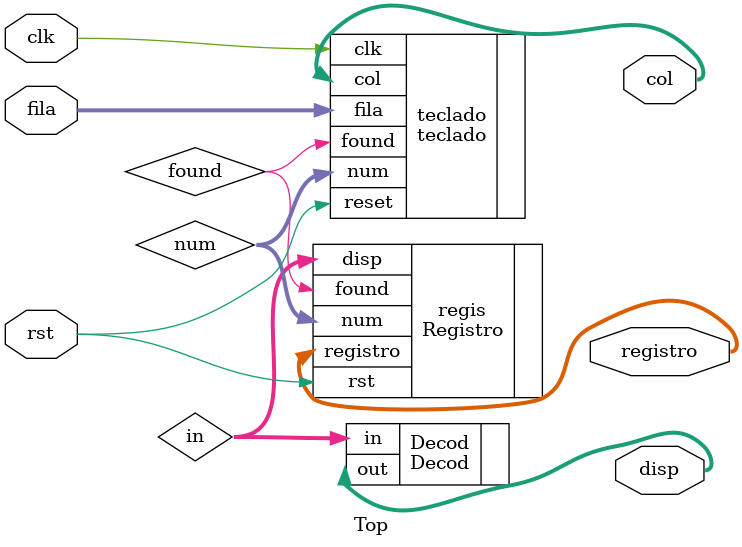
<source format=v>
`timescale 1ns / 1ps
module Top(
    input clk, rst,
    input [3:0] fila,
    output [2:0] col,
    output [6:0] disp,
	 output [39:0] registro
    );

wire [3:0]num;
wire [3:0]in;
wire found;

teclado teclado (
    .clk(clk), 
    .reset(rst), 
    .fila(fila), 
    .col(col), 
    .found(found), 
    .num(num)
    );
	 
Registro regis (
    .rst(rst), 
    .found(found), 
    .num(num), 
    .registro(registro),
    .disp(in)
    );

Decod Decod (
    .in(in), 
    .out(disp)
    );

endmodule

</source>
